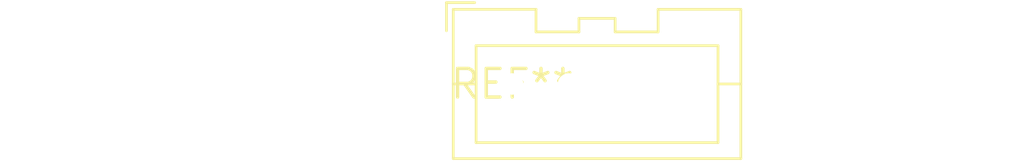
<source format=kicad_pcb>
(kicad_pcb (version 20240108) (generator pcbnew)
  (layers (0 "F.Cu" signal) (31 "B.Cu" signal) (34 "B.Paste" user) (35 "F.Paste" user) (36 "B.SilkS" user "B.Silkscreen") (37 "F.SilkS" user "F.Silkscreen") (38 "B.Mask" user) (39 "F.Mask" user) (44 "Edge.Cuts" user))
  (net 0 "")
  (footprint "JST_XA_B04B-XASK-1_1x04_P2.50mm_Vertical" (layer "F.Cu") (at 0 0)
    (property "Reference" "REF**")
    (property "Value" "JST_XA_B04B-XASK-1_1x04_P2.50mm_Vertical")
    (fp_line (start -2.91 -3.61) (end -2.91 -2.36) (layer "F.SilkS") (stroke (width 0.12)))
    (fp_line (start -2.61 -3.31) (end -2.61 3.31) (layer "F.SilkS") (stroke (width 0.12)))
    (fp_line (start -2.61 0) (end -1.6 0) (layer "F.SilkS") (stroke (width 0.12)))
    (fp_line (start -2.61 3.31) (end 10.11 3.31) (layer "F.SilkS") (stroke (width 0.12)))
    (fp_line (start -1.66 -3.61) (end -2.91 -3.61) (layer "F.SilkS") (stroke (width 0.12)))
    (fp_line (start -1.6 -1.7) (end -1.6 2.6) (layer "F.SilkS") (stroke (width 0.12)))
    (fp_line (start -1.6 2.6) (end 9.1 2.6) (layer "F.SilkS") (stroke (width 0.12)))
    (fp_line (start 1.05 -3.31) (end -2.61 -3.31) (layer "F.SilkS") (stroke (width 0.12)))
    (fp_line (start 1.05 -2.31) (end 1.05 -3.31) (layer "F.SilkS") (stroke (width 0.12)))
    (fp_line (start 2.95 -2.91) (end 2.95 -2.31) (layer "F.SilkS") (stroke (width 0.12)))
    (fp_line (start 2.95 -2.31) (end 1.05 -2.31) (layer "F.SilkS") (stroke (width 0.12)))
    (fp_line (start 4.55 -2.91) (end 2.95 -2.91) (layer "F.SilkS") (stroke (width 0.12)))
    (fp_line (start 4.55 -2.31) (end 4.55 -2.91) (layer "F.SilkS") (stroke (width 0.12)))
    (fp_line (start 6.45 -3.31) (end 6.45 -2.31) (layer "F.SilkS") (stroke (width 0.12)))
    (fp_line (start 6.45 -2.31) (end 4.55 -2.31) (layer "F.SilkS") (stroke (width 0.12)))
    (fp_line (start 9.1 -1.7) (end -1.6 -1.7) (layer "F.SilkS") (stroke (width 0.12)))
    (fp_line (start 9.1 2.6) (end 9.1 -1.7) (layer "F.SilkS") (stroke (width 0.12)))
    (fp_line (start 10.11 -3.31) (end 6.45 -3.31) (layer "F.SilkS") (stroke (width 0.12)))
    (fp_line (start 10.11 0) (end 9.1 0) (layer "F.SilkS") (stroke (width 0.12)))
    (fp_line (start 10.11 3.31) (end 10.11 -3.31) (layer "F.SilkS") (stroke (width 0.12)))
    (pad "1" thru_hole roundrect (at 0 0) (size 1.7 1.95) (drill 0.95) (layers *.Cu *.Mask) (remove_unused_layers) (roundrect_rratio 0.147059))
    (pad "2" thru_hole oval (at 2.5 0) (size 1.7 1.95) (drill 0.95) (layers *.Cu *.Mask) (remove_unused_layers))
    (pad "3" thru_hole oval (at 5 0) (size 1.7 1.95) (drill 0.95) (layers *.Cu *.Mask) (remove_unused_layers))
    (pad "4" thru_hole oval (at 7.5 0) (size 1.7 1.95) (drill 0.95) (layers *.Cu *.Mask) (remove_unused_layers))
  )
)
</source>
